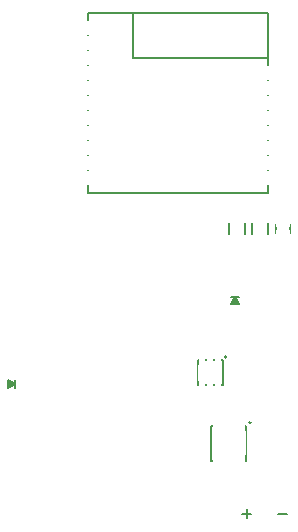
<source format=gto>
%TF.GenerationSoftware,KiCad,Pcbnew,4.0.1-stable*%
%TF.CreationDate,2016-06-24T15:57:22+01:00*%
%TF.ProjectId,StrokeRehabilitation,5374726F6B655265686162696C697461,rev?*%
%TF.FileFunction,Legend,Top*%
%FSLAX46Y46*%
G04 Gerber Fmt 4.6, Leading zero omitted, Abs format (unit mm)*
G04 Created by KiCad (PCBNEW 4.0.1-stable) date 24/06/2016 15:57:22*
%MOMM*%
G01*
G04 APERTURE LIST*
%ADD10C,0.100000*%
%ADD11C,0.150000*%
%ADD12C,0.127000*%
%ADD13C,0.152400*%
%ADD14R,1.000000X1.650000*%
%ADD15R,1.650000X1.000000*%
%ADD16R,2.300000X2.300000*%
%ADD17R,2.300000X2.200000*%
%ADD18R,2.000000X2.500000*%
%ADD19R,1.750000X0.800000*%
%ADD20R,1.400000X1.900000*%
%ADD21R,1.400000X1.400000*%
%ADD22R,1.600000X1.600000*%
%ADD23R,1.900000X1.400000*%
%ADD24R,1.124000X0.959000*%
%ADD25R,1.000000X0.800000*%
%ADD26R,1.300000X1.600000*%
%ADD27R,1.600000X1.300000*%
%ADD28C,1.300000*%
%ADD29R,1.100000X1.900000*%
%ADD30R,3.752800X1.212800*%
%ADD31C,1.400000*%
%ADD32R,2.000000X2.000000*%
%ADD33C,2.400000*%
%ADD34C,0.500000*%
%ADD35R,0.700000X1.138000*%
%ADD36R,2.880000X2.100000*%
%ADD37R,0.500000X0.900000*%
%ADD38R,2.000000X1.400000*%
%ADD39R,0.425400X0.425400*%
%ADD40R,2.400000X3.200000*%
%ADD41C,1.200000*%
%ADD42C,1.700000*%
%ADD43R,1.150000X1.200000*%
%ADD44R,1.300000X0.900000*%
%ADD45C,1.085800*%
G04 APERTURE END LIST*
D10*
D11*
X22648400Y21639200D02*
X22873400Y21264200D01*
X22873400Y21264200D02*
X22423400Y21264200D01*
X22423400Y21264200D02*
X22598400Y21564200D01*
X22598400Y21564200D02*
X22748400Y21339200D01*
X22748400Y21339200D02*
X22548400Y21339200D01*
X22548400Y21339200D02*
X22598400Y21414200D01*
X22998400Y21814200D02*
X22298400Y21814200D01*
X22648400Y21789200D02*
X22998400Y21189200D01*
X22998400Y21189200D02*
X22298400Y21189200D01*
X22298400Y21189200D02*
X22648400Y21789200D01*
X3850000Y14450000D02*
X3475000Y14225000D01*
X3475000Y14225000D02*
X3475000Y14675000D01*
X3475000Y14675000D02*
X3775000Y14500000D01*
X3775000Y14500000D02*
X3550000Y14350000D01*
X3550000Y14350000D02*
X3550000Y14550000D01*
X3550000Y14550000D02*
X3625000Y14500000D01*
X4025000Y14100000D02*
X4025000Y14800000D01*
X4000000Y14450000D02*
X3400000Y14100000D01*
X3400000Y14100000D02*
X3400000Y14800000D01*
X3400000Y14800000D02*
X4000000Y14450000D01*
D12*
X25420000Y30580000D02*
X10180000Y30580000D01*
X10180000Y30580000D02*
X10180000Y45820000D01*
X10180000Y45820000D02*
X13990000Y45820000D01*
X13990000Y45820000D02*
X25420000Y45820000D01*
X25420000Y45820000D02*
X25420000Y42010000D01*
X25420000Y42010000D02*
X25420000Y30580000D01*
X25420000Y42010000D02*
X13990000Y42010000D01*
X13990000Y42010000D02*
X13990000Y45820000D01*
D11*
X23968657Y11173000D02*
G75*
G03X23968657Y11173000I-79057J0D01*
G01*
D13*
X20589600Y10898000D02*
X20589600Y7898000D01*
X20589600Y7898000D02*
X23589600Y7898000D01*
X23589600Y7898000D02*
X23589600Y10898000D01*
X23589600Y10898000D02*
X20589600Y10898000D01*
D11*
X21880431Y16702560D02*
G75*
G03X21880431Y16702560I-70711J0D01*
G01*
D13*
X19455620Y16456660D02*
X19455620Y14348460D01*
X19455620Y14348460D02*
X21563820Y14348460D01*
X21563820Y14348460D02*
X21563820Y16456660D01*
X21563820Y16456660D02*
X19455620Y16456660D01*
D11*
X27300000Y27950000D02*
X27300000Y27250000D01*
X26100000Y27250000D02*
X26100000Y27950000D01*
X23425000Y28100000D02*
X23425000Y27100000D01*
X22075000Y27100000D02*
X22075000Y28100000D01*
X24075000Y27100000D02*
X24075000Y28100000D01*
X25425000Y28100000D02*
X25425000Y27100000D01*
X26229848Y3433771D02*
X26991753Y3433771D01*
X23232648Y3433771D02*
X23994553Y3433771D01*
X23613601Y3052819D02*
X23613601Y3814724D01*
%LPC*%
D14*
X27104400Y10414000D03*
X25304400Y10414000D03*
X27104400Y8418400D03*
X25304400Y8418400D03*
D15*
X17416000Y16292400D03*
X17416000Y14492400D03*
D14*
X4650000Y11900000D03*
X2850000Y11900000D03*
D16*
X30505000Y21672400D03*
X30505000Y19272400D03*
D17*
X30505000Y24272400D03*
X30505000Y16672400D03*
D18*
X27955000Y23572400D03*
X27955000Y17372400D03*
D19*
X27830000Y21772400D03*
X27830000Y21122400D03*
X27830000Y20472400D03*
X27830000Y19822400D03*
X27830000Y19172400D03*
D20*
X30878000Y14500800D03*
X30878000Y11000800D03*
D21*
X30378000Y12750800D03*
D22*
X22648400Y20089200D03*
X22648400Y22989200D03*
D23*
X8950000Y1100000D03*
X5450000Y1100000D03*
D21*
X7200000Y1600000D03*
D22*
X2300000Y14450000D03*
X5200000Y14450000D03*
D24*
X22833300Y17881600D03*
X24800300Y18831600D03*
X24800300Y16931600D03*
D25*
X2700000Y17050000D03*
X4800000Y16400000D03*
X4800000Y17700000D03*
D26*
X25154400Y14782800D03*
X27254400Y14782800D03*
X25154400Y12750800D03*
X27254400Y12750800D03*
D27*
X18584400Y8348000D03*
X18584400Y10448000D03*
X16552400Y8348000D03*
X16552400Y10448000D03*
X24832800Y20489200D03*
X24832800Y22589200D03*
X7256000Y3776000D03*
X7256000Y5876000D03*
X9288000Y3776000D03*
X9288000Y5876000D03*
D26*
X4800000Y19600000D03*
X2700000Y19600000D03*
D28*
X12100000Y1300000D03*
X15100000Y1300000D03*
D29*
X11350000Y3050000D03*
X14350000Y3050000D03*
X15850000Y3050000D03*
D30*
X24505600Y31850000D03*
X24505600Y33120000D03*
X24505600Y34390000D03*
X24505600Y35660000D03*
X24505600Y36930000D03*
X24505600Y38200000D03*
X24505600Y39470000D03*
X24505600Y40740000D03*
X11094400Y44550000D03*
X11094400Y43280000D03*
X11094400Y42010000D03*
X11094400Y40740000D03*
X11094400Y39470000D03*
X11094400Y38200000D03*
X11094400Y36930000D03*
X11094400Y35660000D03*
X11094400Y34390000D03*
X11094400Y33120000D03*
X11094400Y31850000D03*
D31*
X4030000Y31900000D03*
X6570000Y31900000D03*
D32*
X5300000Y41900000D03*
X5300000Y39900000D03*
X5300000Y37900000D03*
X5300000Y35900000D03*
X5300000Y33900000D03*
D31*
X5300000Y43900000D03*
D33*
X23637600Y5181600D03*
X26637600Y5181600D03*
D34*
X22539600Y9398000D03*
D35*
X23089600Y10833000D03*
X22589600Y10833000D03*
X22089600Y10833000D03*
X21589600Y10833000D03*
X21089600Y10833000D03*
X21089600Y7963000D03*
X21589600Y7963000D03*
X22089600Y7963000D03*
X22589600Y7963000D03*
X23089600Y7963000D03*
D36*
X22089600Y9398000D03*
D34*
X21639600Y9398000D03*
X20109720Y15402560D03*
D37*
X21159720Y16452560D03*
X20509720Y16452560D03*
X19859720Y16452560D03*
X19859720Y14352560D03*
X20509720Y14352560D03*
X21159720Y14352560D03*
D38*
X20509720Y15402560D03*
D39*
X20509720Y15402560D03*
X20509720Y15402560D03*
D34*
X20909720Y15402560D03*
D40*
X2460000Y8250000D03*
D41*
X2460000Y6050000D03*
D42*
X2460000Y7650000D03*
D41*
X2460000Y4450000D03*
X5000000Y4450000D03*
X5000000Y6050000D03*
D42*
X5000000Y7650000D03*
D40*
X5000000Y8250000D03*
D43*
X26700000Y28350000D03*
X26700000Y26850000D03*
D44*
X22750000Y26850000D03*
X22750000Y28350000D03*
X24750000Y28350000D03*
X24750000Y26850000D03*
D32*
X3300000Y39900000D03*
D45*
X25750000Y25799994D03*
X1400000Y19600000D03*
X15500000Y13950000D03*
X27200000Y40750000D03*
X27200000Y32500000D03*
X8500000Y33120000D03*
X7450000Y43250000D03*
X26278600Y22148800D03*
X12894800Y3606800D03*
X19150000Y29550000D03*
X7000000Y19600000D03*
X22700004Y25750000D03*
X26204400Y18289500D03*
X23816800Y15900400D03*
X24121600Y11734800D03*
X28439600Y11582400D03*
X7250000Y8950000D03*
X19950000Y29000000D03*
X20750000Y29550000D03*
X9300000Y8950000D03*
X3300000Y41900000D03*
X7950000Y38050000D03*
M02*

</source>
